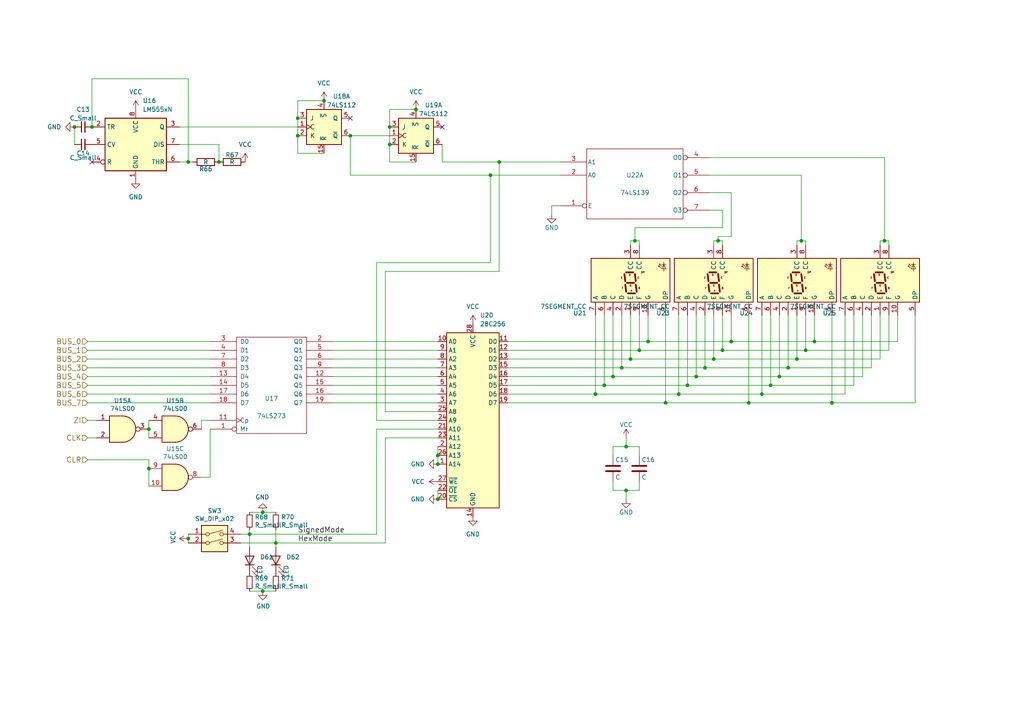
<source format=kicad_sch>
(kicad_sch (version 20211123) (generator eeschema)
  (paper "A4")
  (lib_symbols
    (symbol "74xx:74LS00" (pin_names (offset 1.016))
      (property "Reference" "U" (at 0 1.27 0))
      (property "Value" "74LS00" (at 0 -1.27 0))
      (symbol "74LS00_1_1"
        (arc (start 0 -3.81) (mid 3.81 0) (end 0 3.81) (stroke (width 0.254)) (fill (type background)))
        (polyline (pts (xy 0 3.81) (xy -3.81 3.81) (xy -3.81 -3.81) (xy 0 -3.81)) (stroke (width 0.254)) (fill (type background)))
        (pin input line (at -7.62 2.54 0) (length 3.81) (name "~") (number "1"))
        (pin input line (at -7.62 -2.54 0) (length 3.81) (name "~") (number "2"))
        (pin output inverted (at 7.62 0 180) (length 3.81) (name "~") (number "3"))
      )
      (symbol "74LS00_1_2"
        (arc (start -3.81 -3.81) (mid -2.589 0) (end -3.81 3.81) (stroke (width 0.254)))
        (arc (start -0.6096 -3.81) (mid 2.1842 -2.5851) (end 3.81 0) (stroke (width 0.254)) (fill (type background)))
        (polyline (pts (xy -3.81 -3.81) (xy -0.635 -3.81)) (stroke (width 0.254)) (fill (type background)))
        (polyline (pts (xy -3.81 3.81) (xy -0.635 3.81)) (stroke (width 0.254)) (fill (type background)))
        (polyline (pts (xy -0.635 3.81) (xy -3.81 3.81) (xy -3.81 3.81) (xy -3.556 3.4036) (xy -3.0226 2.2606) (xy -2.6924 1.0414) (xy -2.6162 -0.254) (xy -2.7686 -1.4986) (xy -3.175 -2.7178) (xy -3.81 -3.81) (xy -3.81 -3.81) (xy -0.635 -3.81)) (stroke (width -25.4)) (fill (type background)))
        (arc (start 3.81 0) (mid 2.1915 2.5936) (end -0.6096 3.81) (stroke (width 0.254)) (fill (type background)))
        (pin input inverted (at -7.62 2.54 0) (length 4.318) (name "~") (number "1"))
        (pin input inverted (at -7.62 -2.54 0) (length 4.318) (name "~") (number "2"))
        (pin output line (at 7.62 0 180) (length 3.81) (name "~") (number "3"))
      )
      (symbol "74LS00_2_1"
        (arc (start 0 -3.81) (mid 3.81 0) (end 0 3.81) (stroke (width 0.254)) (fill (type background)))
        (polyline (pts (xy 0 3.81) (xy -3.81 3.81) (xy -3.81 -3.81) (xy 0 -3.81)) (stroke (width 0.254)) (fill (type background)))
        (pin input line (at -7.62 2.54 0) (length 3.81) (name "~") (number "4"))
        (pin input line (at -7.62 -2.54 0) (length 3.81) (name "~") (number "5"))
        (pin output inverted (at 7.62 0 180) (length 3.81) (name "~") (number "6"))
      )
      (symbol "74LS00_2_2"
        (arc (start -3.81 -3.81) (mid -2.589 0) (end -3.81 3.81) (stroke (width 0.254)))
        (arc (start -0.6096 -3.81) (mid 2.1842 -2.5851) (end 3.81 0) (stroke (width 0.254)) (fill (type background)))
        (polyline (pts (xy -3.81 -3.81) (xy -0.635 -3.81)) (stroke (width 0.254)) (fill (type background)))
        (polyline (pts (xy -3.81 3.81) (xy -0.635 3.81)) (stroke (width 0.254)) (fill (type background)))
        (polyline (pts (xy -0.635 3.81) (xy -3.81 3.81) (xy -3.81 3.81) (xy -3.556 3.4036) (xy -3.0226 2.2606) (xy -2.6924 1.0414) (xy -2.6162 -0.254) (xy -2.7686 -1.4986) (xy -3.175 -2.7178) (xy -3.81 -3.81) (xy -3.81 -3.81) (xy -0.635 -3.81)) (stroke (width -25.4)) (fill (type background)))
        (arc (start 3.81 0) (mid 2.1915 2.5936) (end -0.6096 3.81) (stroke (width 0.254)) (fill (type background)))
        (pin input inverted (at -7.62 2.54 0) (length 4.318) (name "~") (number "4"))
        (pin input inverted (at -7.62 -2.54 0) (length 4.318) (name "~") (number "5"))
        (pin output line (at 7.62 0 180) (length 3.81) (name "~") (number "6"))
      )
      (symbol "74LS00_3_1"
        (arc (start 0 -3.81) (mid 3.81 0) (end 0 3.81) (stroke (width 0.254)) (fill (type background)))
        (polyline (pts (xy 0 3.81) (xy -3.81 3.81) (xy -3.81 -3.81) (xy 0 -3.81)) (stroke (width 0.254)) (fill (type background)))
        (pin input line (at -7.62 -2.54 0) (length 3.81) (name "~") (number "10"))
        (pin output inverted (at 7.62 0 180) (length 3.81) (name "~") (number "8"))
        (pin input line (at -7.62 2.54 0) (length 3.81) (name "~") (number "9"))
      )
      (symbol "74LS00_3_2"
        (arc (start -3.81 -3.81) (mid -2.589 0) (end -3.81 3.81) (stroke (width 0.254)))
        (arc (start -0.6096 -3.81) (mid 2.1842 -2.5851) (end 3.81 0) (stroke (width 0.254)) (fill (type background)))
        (polyline (pts (xy -3.81 -3.81) (xy -0.635 -3.81)) (stroke (width 0.254)) (fill (type background)))
        (polyline (pts (xy -3.81 3.81) (xy -0.635 3.81)) (stroke (width 0.254)) (fill (type background)))
        (polyline (pts (xy -0.635 3.81) (xy -3.81 3.81) (xy -3.81 3.81) (xy -3.556 3.4036) (xy -3.0226 2.2606) (xy -2.6924 1.0414) (xy -2.6162 -0.254) (xy -2.7686 -1.4986) (xy -3.175 -2.7178) (xy -3.81 -3.81) (xy -3.81 -3.81) (xy -0.635 -3.81)) (stroke (width -25.4)) (fill (type background)))
        (arc (start 3.81 0) (mid 2.1915 2.5936) (end -0.6096 3.81) (stroke (width 0.254)) (fill (type background)))
        (pin input inverted (at -7.62 -2.54 0) (length 4.318) (name "~") (number "10"))
        (pin output line (at 7.62 0 180) (length 3.81) (name "~") (number "8"))
        (pin input inverted (at -7.62 2.54 0) (length 4.318) (name "~") (number "9"))
      )
      (symbol "74LS00_4_1"
        (arc (start 0 -3.81) (mid 3.81 0) (end 0 3.81) (stroke (width 0.254)) (fill (type background)))
        (polyline (pts (xy 0 3.81) (xy -3.81 3.81) (xy -3.81 -3.81) (xy 0 -3.81)) (stroke (width 0.254)) (fill (type background)))
        (pin output inverted (at 7.62 0 180) (length 3.81) (name "~") (number "11"))
        (pin input line (at -7.62 2.54 0) (length 3.81) (name "~") (number "12"))
        (pin input line (at -7.62 -2.54 0) (length 3.81) (name "~") (number "13"))
      )
      (symbol "74LS00_4_2"
        (arc (start -3.81 -3.81) (mid -2.589 0) (end -3.81 3.81) (stroke (width 0.254)))
        (arc (start -0.6096 -3.81) (mid 2.1842 -2.5851) (end 3.81 0) (stroke (width 0.254)) (fill (type background)))
        (polyline (pts (xy -3.81 -3.81) (xy -0.635 -3.81)) (stroke (width 0.254)) (fill (type background)))
        (polyline (pts (xy -3.81 3.81) (xy -0.635 3.81)) (stroke (width 0.254)) (fill (type background)))
        (polyline (pts (xy -0.635 3.81) (xy -3.81 3.81) (xy -3.81 3.81) (xy -3.556 3.4036) (xy -3.0226 2.2606) (xy -2.6924 1.0414) (xy -2.6162 -0.254) (xy -2.7686 -1.4986) (xy -3.175 -2.7178) (xy -3.81 -3.81) (xy -3.81 -3.81) (xy -0.635 -3.81)) (stroke (width -25.4)) (fill (type background)))
        (arc (start 3.81 0) (mid 2.1915 2.5936) (end -0.6096 3.81) (stroke (width 0.254)) (fill (type background)))
        (pin output line (at 7.62 0 180) (length 3.81) (name "~") (number "11"))
        (pin input inverted (at -7.62 2.54 0) (length 4.318) (name "~") (number "12"))
        (pin input inverted (at -7.62 -2.54 0) (length 4.318) (name "~") (number "13"))
      )
      (symbol "74LS00_5_0"
        (pin power_in line (at 0 12.7 270) (length 5.08) (name "VCC") (number "14"))
        (pin power_in line (at 0 -12.7 90) (length 5.08) (name "GND") (number "7"))
      )
      (symbol "74LS00_5_1"
        (rectangle (start -5.08 7.62) (end 5.08 -7.62) (stroke (width 0.254)) (fill (type background)))
      )
    )
    (symbol "74xx:74LS112" (pin_names (offset 1.016))
      (property "Reference" "U" (at -7.62 8.89 0))
      (property "Value" "74LS112" (at -7.62 -8.89 0))
      (symbol "74LS112_1_0"
        (pin input clock (at -7.62 0 0) (length 2.54) (name "C") (number "1"))
        (pin input line (at 0 -7.62 90) (length 2.54) (name "~{R}") (number "15"))
        (pin input line (at -7.62 -2.54 0) (length 2.54) (name "K") (number "2"))
        (pin input line (at -7.62 2.54 0) (length 2.54) (name "J") (number "3"))
        (pin input line (at 0 7.62 270) (length 2.54) (name "~{S}") (number "4"))
        (pin output line (at 7.62 2.54 180) (length 2.54) (name "Q") (number "5"))
        (pin output line (at 7.62 -2.54 180) (length 2.54) (name "~{Q}") (number "6"))
      )
      (symbol "74LS112_1_1"
        (rectangle (start -5.08 5.08) (end 5.08 -5.08) (stroke (width 0.254)) (fill (type background)))
      )
      (symbol "74LS112_2_0"
        (pin input line (at 0 7.62 270) (length 2.54) (name "~{S}") (number "10"))
        (pin input line (at -7.62 2.54 0) (length 2.54) (name "J") (number "11"))
        (pin input line (at -7.62 -2.54 0) (length 2.54) (name "K") (number "12"))
        (pin input clock (at -7.62 0 0) (length 2.54) (name "C") (number "13"))
        (pin input line (at 0 -7.62 90) (length 2.54) (name "~{R}") (number "14"))
        (pin output line (at 7.62 -2.54 180) (length 2.54) (name "~{Q}") (number "7"))
        (pin output line (at 7.62 2.54 180) (length 2.54) (name "Q") (number "9"))
      )
      (symbol "74LS112_2_1"
        (rectangle (start -5.08 5.08) (end 5.08 -5.08) (stroke (width 0.254)) (fill (type background)))
      )
      (symbol "74LS112_3_0"
        (pin power_in line (at 0 10.16 270) (length 2.54) (name "VCC") (number "16"))
        (pin power_in line (at 0 -10.16 90) (length 2.54) (name "GND") (number "8"))
      )
      (symbol "74LS112_3_1"
        (rectangle (start -5.08 7.62) (end 5.08 -7.62) (stroke (width 0.254)) (fill (type background)))
      )
    )
    (symbol "8bit-computer-rescue:74LS139-8bit-computer-rescue" (pin_names (offset 0.254))
      (property "Reference" "U" (at 0 2.54 0))
      (property "Value" "74LS139-8bit-computer-rescue" (at 0 -2.54 0))
      (symbol "74LS139-8bit-computer-rescue_0_0"
        (rectangle (start -13.97 -10.16) (end 13.97 10.16))
        (pin power_in line (at -11.43 10.16 90) (length 0) hide (name "VCC") (number "16"))
        (pin power_in line (at -11.43 -10.16 90) (length 0) hide (name "GND") (number "8"))
      )
      (symbol "74LS139-8bit-computer-rescue_1_1"
        (pin input inverted (at -21.59 -6.35 0) (length 7.62) (name "E") (number "1"))
        (pin input line (at -21.59 2.54 0) (length 7.62) (name "A0") (number "2"))
        (pin input line (at -21.59 6.35 0) (length 7.62) (name "A1") (number "3"))
        (pin output inverted (at 21.59 7.62 180) (length 7.62) (name "O0") (number "4"))
        (pin output inverted (at 21.59 2.54 180) (length 7.62) (name "O1") (number "5"))
        (pin output inverted (at 21.59 -2.54 180) (length 7.62) (name "O2") (number "6"))
        (pin output inverted (at 21.59 -7.62 180) (length 7.62) (name "O3") (number "7"))
      )
      (symbol "74LS139-8bit-computer-rescue_2_1"
        (pin output inverted (at 21.59 -2.54 180) (length 7.62) (name "O2") (number "10"))
        (pin output inverted (at 21.59 2.54 180) (length 7.62) (name "O1") (number "11"))
        (pin output inverted (at 21.59 7.62 180) (length 7.62) (name "O0") (number "12"))
        (pin input line (at -21.59 6.35 0) (length 7.62) (name "A1") (number "13"))
        (pin input line (at -21.59 2.54 0) (length 7.62) (name "A0") (number "14"))
        (pin input inverted (at -21.59 -6.35 0) (length 7.62) (name "E") (number "15"))
        (pin output inverted (at 21.59 -7.62 180) (length 7.62) (name "O3") (number "9"))
      )
    )
    (symbol "8bit-computer-rescue:74LS273-8bit-computer-rescue" (pin_names (offset 1.016))
      (property "Reference" "U" (at 0 -3.81 0))
      (property "Value" "74LS273-8bit-computer-rescue" (at 0 -8.89 0))
      (symbol "74LS273-8bit-computer-rescue_0_0"
        (pin power_in line (at -7.62 -13.97 90) (length 0) hide (name "GND") (number "10"))
        (pin power_in line (at -7.62 13.97 90) (length 0) hide (name "VCC") (number "20"))
      )
      (symbol "74LS273-8bit-computer-rescue_0_1"
        (rectangle (start -10.16 13.97) (end 10.16 -13.97))
      )
      (symbol "74LS273-8bit-computer-rescue_1_1"
        (pin input inverted (at -17.78 -12.7 0) (length 7.62) (name "Mr") (number "1"))
        (pin input clock (at -17.78 -10.16 0) (length 7.62) (name "Cp") (number "11"))
        (pin output line (at 17.78 2.54 180) (length 7.62) (name "Q4") (number "12"))
        (pin input line (at -17.78 2.54 0) (length 7.62) (name "D4") (number "13"))
        (pin input line (at -17.78 0 0) (length 7.62) (name "D5") (number "14"))
        (pin output line (at 17.78 0 180) (length 7.62) (name "Q5") (number "15"))
        (pin output line (at 17.78 -2.54 180) (length 7.62) (name "Q6") (number "16"))
        (pin input line (at -17.78 -2.54 0) (length 7.62) (name "D6") (number "17"))
        (pin input line (at -17.78 -5.08 0) (length 7.62) (name "D7") (number "18"))
        (pin output line (at 17.78 -5.08 180) (length 7.62) (name "Q7") (number "19"))
        (pin output line (at 17.78 12.7 180) (length 7.62) (name "Q0") (number "2"))
        (pin input line (at -17.78 12.7 0) (length 7.62) (name "D0") (number "3"))
        (pin input line (at -17.78 10.16 0) (length 7.62) (name "D1") (number "4"))
        (pin output line (at 17.78 10.16 180) (length 7.62) (name "Q1") (number "5"))
        (pin output line (at 17.78 7.62 180) (length 7.62) (name "Q2") (number "6"))
        (pin input line (at -17.78 7.62 0) (length 7.62) (name "D2") (number "7"))
        (pin input line (at -17.78 5.08 0) (length 7.62) (name "D3") (number "8"))
        (pin output line (at 17.78 5.08 180) (length 7.62) (name "Q3") (number "9"))
      )
    )
    (symbol "8bit-computer-rescue:7SEGMENT_CC-8bit-computer-rescue" (pin_names (offset 0.635))
      (property "Reference" "U" (at -12.7 9.525 0))
      (property "Value" "7SEGMENT_CC-8bit-computer-rescue" (at -12.7 7.62 0))
      (symbol "7SEGMENT_CC-8bit-computer-rescue_0_0"
        (text "A" (at 0.254 3.048 0) (effects (font (size 0.508 0.508))))
        (text "B" (at 2.54 2.286 0) (effects (font (size 0.508 0.508))))
        (text "C" (at 2.286 -0.762 0) (effects (font (size 0.508 0.508))))
        (text "D" (at -0.254 -1.524 0) (effects (font (size 0.508 0.508))))
        (text "DP" (at 3.556 -2.286 0) (effects (font (size 0.508 0.508))))
        (text "E" (at -2.54 -0.762 0) (effects (font (size 0.508 0.508))))
        (text "F" (at -2.286 2.286 0) (effects (font (size 0.508 0.508))))
        (text "G" (at 0 1.524 0) (effects (font (size 0.508 0.508))))
      )
      (symbol "7SEGMENT_CC-8bit-computer-rescue_0_1"
        (rectangle (start -11.43 -6.35) (end 11.43 6.35) (stroke (width 0.254)) (fill (type background)))
        (polyline (pts (xy -1.524 0.254) (xy -1.778 -1.778)) (stroke (width 0.508)))
        (polyline (pts (xy -1.27 -2.286) (xy 0.762 -2.286)) (stroke (width 0.508)))
        (polyline (pts (xy -1.27 3.302) (xy -1.524 1.27)) (stroke (width 0.508)))
        (polyline (pts (xy -1.016 0.762) (xy 1.016 0.762)) (stroke (width 0.508)))
        (polyline (pts (xy -0.762 3.81) (xy 1.27 3.81)) (stroke (width 0.508)))
        (polyline (pts (xy 1.524 0.254) (xy 1.27 -1.778)) (stroke (width 0.508)))
        (polyline (pts (xy 1.778 3.302) (xy 1.524 1.27)) (stroke (width 0.508)))
        (polyline (pts (xy 2.54 -2.286) (xy 2.54 -2.286)) (stroke (width 0.508)))
        (polyline (pts (xy 8.763 -3.556) (xy 8.128 -4.191)))
        (polyline (pts (xy 9.017 -4.572) (xy 10.287 -4.572)))
        (polyline (pts (xy 9.017 -4.064) (xy 8.382 -4.699)))
        (polyline (pts (xy 9.652 -5.207) (xy 9.652 -2.667)))
        (polyline (pts (xy 8.128 -3.937) (xy 8.128 -4.191) (xy 8.382 -4.191)))
        (polyline (pts (xy 8.382 -4.445) (xy 8.382 -4.699) (xy 8.636 -4.699)))
        (polyline (pts (xy 9.017 -3.302) (xy 10.287 -3.302) (xy 9.652 -4.572) (xy 9.017 -3.302)))
      )
      (symbol "7SEGMENT_CC-8bit-computer-rescue_1_1"
        (pin input line (at 0 10.16 270) (length 3.81) (name "E") (number "1"))
        (pin input line (at 5.08 10.16 270) (length 3.81) (name "G") (number "10"))
        (pin input line (at -2.54 10.16 270) (length 3.81) (name "D") (number "2"))
        (pin input line (at 0 -10.16 90) (length 3.81) (name "CC") (number "3"))
        (pin input line (at -5.08 10.16 270) (length 3.81) (name "C") (number "4"))
        (pin input line (at 10.16 10.16 270) (length 3.81) (name "DP") (number "5"))
        (pin input line (at -7.62 10.16 270) (length 3.81) (name "B") (number "6"))
        (pin input line (at -10.16 10.16 270) (length 3.81) (name "A") (number "7"))
        (pin input line (at 2.54 -10.16 90) (length 3.81) (name "CC") (number "8"))
        (pin input line (at 2.54 10.16 270) (length 3.81) (name "F") (number "9"))
      )
    )
    (symbol "Device:C" (pin_numbers hide) (pin_names (offset 0.254))
      (property "Reference" "C" (at 0.635 2.54 0))
      (property "Value" "C" (at 0.635 -2.54 0))
      (symbol "C_0_1"
        (polyline (pts (xy -2.032 -0.762) (xy 2.032 -0.762)) (stroke (width 0.508)))
        (polyline (pts (xy -2.032 0.762) (xy 2.032 0.762)) (stroke (width 0.508)))
      )
      (symbol "C_1_1"
        (pin passive line (at 0 3.81 270) (length 2.794) (name "~") (number "1"))
        (pin passive line (at 0 -3.81 90) (length 2.794) (name "~") (number "2"))
      )
    )
    (symbol "Device:C_Small" (pin_numbers hide) (pin_names (offset 0.254) hide)
      (property "Reference" "C" (at 0.254 1.778 0))
      (property "Value" "C_Small" (at 0.254 -2.032 0))
      (symbol "C_Small_0_1"
        (polyline (pts (xy -1.524 -0.508) (xy 1.524 -0.508)) (stroke (width 0.3302)))
        (polyline (pts (xy -1.524 0.508) (xy 1.524 0.508)) (stroke (width 0.3048)))
      )
      (symbol "C_Small_1_1"
        (pin passive line (at 0 2.54 270) (length 2.032) (name "~") (number "1"))
        (pin passive line (at 0 -2.54 90) (length 2.032) (name "~") (number "2"))
      )
    )
    (symbol "Device:LED" (pin_numbers hide) (pin_names (offset 1.016) hide)
      (property "Reference" "D" (at 0 2.54 0))
      (property "Value" "LED" (at 0 -2.54 0))
      (symbol "LED_0_1"
        (polyline (pts (xy -1.27 -1.27) (xy -1.27 1.27)) (stroke (width 0.254)))
        (polyline (pts (xy -1.27 0) (xy 1.27 0)))
        (polyline (pts (xy 1.27 -1.27) (xy 1.27 1.27) (xy -1.27 0) (xy 1.27 -1.27)) (stroke (width 0.254)))
        (polyline (pts (xy -3.048 -0.762) (xy -4.572 -2.286) (xy -3.81 -2.286) (xy -4.572 -2.286) (xy -4.572 -1.524)))
        (polyline (pts (xy -1.778 -0.762) (xy -3.302 -2.286) (xy -2.54 -2.286) (xy -3.302 -2.286) (xy -3.302 -1.524)))
      )
      (symbol "LED_1_1"
        (pin passive line (at -3.81 0 0) (length 2.54) (name "K") (number "1"))
        (pin passive line (at 3.81 0 180) (length 2.54) (name "A") (number "2"))
      )
    )
    (symbol "Device:R" (pin_numbers hide) (pin_names (offset 0))
      (property "Reference" "R" (at 2.032 0 90))
      (property "Value" "R" (at 0 0 90))
      (symbol "R_0_1"
        (rectangle (start -1.016 -2.54) (end 1.016 2.54) (stroke (width 0.254)))
      )
      (symbol "R_1_1"
        (pin passive line (at 0 3.81 270) (length 1.27) (name "~") (number "1"))
        (pin passive line (at 0 -3.81 90) (length 1.27) (name "~") (number "2"))
      )
    )
    (symbol "Device:R_Small" (pin_numbers hide) (pin_names (offset 0.254) hide)
      (property "Reference" "R" (at 0.762 0.508 0))
      (property "Value" "R_Small" (at 0.762 -1.016 0))
      (symbol "R_Small_0_1"
        (rectangle (start -0.762 1.778) (end 0.762 -1.778) (stroke (width 0.2032)))
      )
      (symbol "R_Small_1_1"
        (pin passive line (at 0 2.54 270) (length 0.762) (name "~") (number "1"))
        (pin passive line (at 0 -2.54 90) (length 0.762) (name "~") (number "2"))
      )
    )
    (symbol "Memory_EEPROM:28C256"
      (property "Reference" "U" (at -7.62 26.67 0))
      (property "Value" "28C256" (at 2.54 -26.67 0))
      (symbol "28C256_1_1"
        (rectangle (start -7.62 25.4) (end 7.62 -25.4) (stroke (width 0.254)) (fill (type background)))
        (pin input line (at -10.16 -12.7 0) (length 2.54) (name "A14") (number "1"))
        (pin input line (at -10.16 22.86 0) (length 2.54) (name "A0") (number "10"))
        (pin tri_state line (at 10.16 22.86 180) (length 2.54) (name "D0") (number "11"))
        (pin tri_state line (at 10.16 20.32 180) (length 2.54) (name "D1") (number "12"))
        (pin tri_state line (at 10.16 17.78 180) (length 2.54) (name "D2") (number "13"))
        (pin power_in line (at 0 -27.94 90) (length 2.54) (name "GND") (number "14"))
        (pin tri_state line (at 10.16 15.24 180) (length 2.54) (name "D3") (number "15"))
        (pin tri_state line (at 10.16 12.7 180) (length 2.54) (name "D4") (number "16"))
        (pin tri_state line (at 10.16 10.16 180) (length 2.54) (name "D5") (number "17"))
        (pin tri_state line (at 10.16 7.62 180) (length 2.54) (name "D6") (number "18"))
        (pin tri_state line (at 10.16 5.08 180) (length 2.54) (name "D7") (number "19"))
        (pin input line (at -10.16 -7.62 0) (length 2.54) (name "A12") (number "2"))
        (pin input line (at -10.16 -22.86 0) (length 2.54) (name "~{CS}") (number "20"))
        (pin input line (at -10.16 -2.54 0) (length 2.54) (name "A10") (number "21"))
        (pin input line (at -10.16 -20.32 0) (length 2.54) (name "~{OE}") (number "22"))
        (pin input line (at -10.16 -5.08 0) (length 2.54) (name "A11") (number "23"))
        (pin input line (at -10.16 0 0) (length 2.54) (name "A9") (number "24"))
        (pin input line (at -10.16 2.54 0) (length 2.54) (name "A8") (number "25"))
        (pin input line (at -10.16 -10.16 0) (length 2.54) (name "A13") (number "26"))
        (pin input line (at -10.16 -17.78 0) (length 2.54) (name "~{WE}") (number "27"))
        (pin power_in line (at 0 27.94 270) (length 2.54) (name "VCC") (number "28"))
        (pin input line (at -10.16 5.08 0) (length 2.54) (name "A7") (number "3"))
        (pin input line (at -10.16 7.62 0) (length 2.54) (name "A6") (number "4"))
        (pin input line (at -10.16 10.16 0) (length 2.54) (name "A5") (number "5"))
        (pin input line (at -10.16 12.7 0) (length 2.54) (name "A4") (number "6"))
        (pin input line (at -10.16 15.24 0) (length 2.54) (name "A3") (number "7"))
        (pin input line (at -10.16 17.78 0) (length 2.54) (name "A2") (number "8"))
        (pin input line (at -10.16 20.32 0) (length 2.54) (name "A1") (number "9"))
      )
    )
    (symbol "Switch:SW_DIP_x02" (pin_names (offset 0) hide)
      (property "Reference" "SW" (at 0 6.35 0))
      (property "Value" "SW_DIP_x02" (at 0 -3.81 0))
      (symbol "SW_DIP_x02_0_0"
        (circle (center -2.032 0) (radius 0.508))
        (circle (center -2.032 2.54) (radius 0.508))
        (polyline (pts (xy -1.524 0.127) (xy 2.3622 1.1684)))
        (polyline (pts (xy -1.524 2.667) (xy 2.3622 3.7084)))
        (circle (center 2.032 0) (radius 0.508))
        (circle (center 2.032 2.54) (radius 0.508))
      )
      (symbol "SW_DIP_x02_0_1"
        (rectangle (start -3.81 5.08) (end 3.81 -2.54) (stroke (width 0.254)) (fill (type background)))
      )
      (symbol "SW_DIP_x02_1_1"
        (pin passive line (at -7.62 2.54 0) (length 5.08) (name "~") (number "1"))
        (pin passive line (at -7.62 0 0) (length 5.08) (name "~") (number "2"))
        (pin passive line (at 7.62 0 180) (length 5.08) (name "~") (number "3"))
        (pin passive line (at 7.62 2.54 180) (length 5.08) (name "~") (number "4"))
      )
    )
    (symbol "Timer:LM555xN"
      (property "Reference" "U" (at -10.16 8.89 0))
      (property "Value" "LM555xN" (at 2.54 8.89 0))
      (symbol "LM555xN_0_0"
        (pin power_in line (at 0 -10.16 90) (length 2.54) (name "GND") (number "1"))
        (pin power_in line (at 0 10.16 270) (length 2.54) (name "VCC") (number "8"))
      )
      (symbol "LM555xN_0_1"
        (rectangle (start -8.89 -7.62) (end 8.89 7.62) (stroke (width 0.254)) (fill (type background)))
        (rectangle (start -8.89 -7.62) (end 8.89 7.62) (stroke (width 0.254)) (fill (type background)))
      )
      (symbol "LM555xN_1_1"
        (pin input line (at -12.7 5.08 0) (length 3.81) (name "TR") (number "2"))
        (pin output line (at 12.7 5.08 180) (length 3.81) (name "Q") (number "3"))
        (pin input inverted (at -12.7 -5.08 0) (length 3.81) (name "R") (number "4"))
        (pin input line (at -12.7 0 0) (length 3.81) (name "CV") (number "5"))
        (pin input line (at 12.7 -5.08 180) (length 3.81) (name "THR") (number "6"))
        (pin input line (at 12.7 0 180) (length 3.81) (name "DIS") (number "7"))
      )
    )
    (symbol "power:GND" (power) (pin_names (offset 0))
      (property "Value" "GND" (at 0 -3.81 0))
      (symbol "GND_0_1"
        (polyline (pts (xy 0 0) (xy 0 -1.27) (xy 1.27 -1.27) (xy 0 -2.54) (xy -1.27 -1.27) (xy 0 -1.27)))
      )
      (symbol "GND_1_1"
        (pin power_in line (at 0 0 270) (length 0) hide (name "GND") (number "1"))
      )
    )
    (symbol "power:VCC" (power) (pin_names (offset 0))
      (property "Value" "VCC" (at 0 3.81 0))
      (symbol "VCC_0_1"
        (polyline (pts (xy -0.762 1.27) (xy 0 2.54)))
        (polyline (pts (xy 0 0) (xy 0 2.54)))
        (polyline (pts (xy 0 2.54) (xy 0.762 1.27)))
      )
      (symbol "VCC_1_1"
        (pin power_in line (at 0 0 90) (length 0) hide (name "VCC") (number "1"))
      )
    )
  )
  (junction (at 199.39 111.76))
  (junction (at 220.98 114.3))
  (junction (at 76.2 171.45))
  (junction (at 86.36 39.37))
  (junction (at 201.93 109.22))
  (junction (at 217.17 116.84))
  (junction (at 175.26 111.76))
  (junction (at 209.55 101.6))
  (junction (at 185.42 101.6))
  (junction (at 212.09 99.06))
  (junction (at 256.54 69.85))
  (junction (at 223.52 111.76))
  (junction (at 241.3 116.84))
  (junction (at 113.03 36.83))
  (junction (at 142.24 50.8))
  (junction (at 233.68 101.6))
  (junction (at 208.28 69.85))
  (junction (at 182.88 104.14))
  (junction (at 193.04 116.84))
  (junction (at 86.36 34.29))
  (junction (at 144.78 46.99))
  (junction (at 63.5 46.99))
  (junction (at 228.6 106.68))
  (junction (at 187.96 99.06))
  (junction (at 72.39 154.94))
  (junction (at 232.41 69.85))
  (junction (at 120.65 31.75))
  (junction (at 43.18 124.46))
  (junction (at 127 144.78))
  (junction (at 180.34 106.68))
  (junction (at 26.67 36.83))
  (junction (at 127 132.08))
  (junction (at 181.61 129.54))
  (junction (at 43.18 135.89))
  (junction (at 184.15 69.85))
  (junction (at 76.2 148.59))
  (junction (at 101.6 39.37))
  (junction (at 204.47 106.68))
  (junction (at 113.03 41.91))
  (junction (at 181.61 142.24))
  (junction (at 236.22 99.06))
  (junction (at 54.61 156.21))
  (junction (at 226.06 109.22))
  (junction (at 207.01 104.14))
  (junction (at 93.98 29.21))
  (junction (at 231.14 104.14))
  (junction (at 21.59 36.83))
  (junction (at 196.85 114.3))
  (junction (at 177.8 109.22))
  (junction (at 127 134.62))
  (junction (at 80.01 157.48))
  (junction (at 172.72 114.3))
  (junction (at 54.61 46.99))
  (no_connect (at 26.67 46.99))
  (no_connect (at 101.6 34.29))
  (no_connect (at 128.27 36.83))
  (wire (pts (xy 184.15 69.85) (xy 184.15 66.04)))
  (wire (pts (xy 208.28 69.85) (xy 209.55 69.85)))
  (wire (pts (xy 162.56 59.69) (xy 160.02 59.69)))
  (wire (pts (xy 111.76 127) (xy 111.76 157.48)))
  (wire (pts (xy 257.81 101.6) (xy 257.81 91.44)))
  (wire (pts (xy 212.09 55.88) (xy 205.74 55.88)))
  (wire (pts (xy 177.8 142.24) (xy 181.61 142.24)))
  (wire (pts (xy 209.55 69.85) (xy 209.55 71.12)))
  (wire (pts (xy 109.22 76.2) (xy 142.24 76.2)))
  (wire (pts (xy 193.04 91.44) (xy 193.04 116.84)))
  (wire (pts (xy 201.93 109.22) (xy 201.93 91.44)))
  (wire (pts (xy 241.3 116.84) (xy 241.3 91.44)))
  (wire (pts (xy 209.55 101.6) (xy 233.68 101.6)))
  (wire (pts (xy 185.42 101.6) (xy 209.55 101.6)))
  (wire (pts (xy 255.27 71.12) (xy 255.27 69.85)))
  (wire (pts (xy 43.18 135.89) (xy 43.18 140.97)))
  (wire (pts (xy 181.61 142.24) (xy 181.61 144.78)))
  (wire (pts (xy 54.61 46.99) (xy 55.88 46.99)))
  (wire (pts (xy 233.68 69.85) (xy 233.68 71.12)))
  (wire (pts (xy 217.17 116.84) (xy 241.3 116.84)))
  (wire (pts (xy 96.52 109.22) (xy 127 109.22)))
  (wire (pts (xy 236.22 99.06) (xy 260.35 99.06)))
  (wire (pts (xy 199.39 111.76) (xy 199.39 91.44)))
  (wire (pts (xy 127 121.92) (xy 109.22 121.92)))
  (wire (pts (xy 180.34 106.68) (xy 180.34 91.44)))
  (wire (pts (xy 208.28 69.85) (xy 208.28 68.58)))
  (wire (pts (xy 184.15 66.04) (xy 209.55 66.04)))
  (wire (pts (xy 255.27 69.85) (xy 256.54 69.85)))
  (wire (pts (xy 231.14 69.85) (xy 232.41 69.85)))
  (wire (pts (xy 182.88 69.85) (xy 184.15 69.85)))
  (wire (pts (xy 113.03 41.91) (xy 113.03 46.99)))
  (wire (pts (xy 209.55 60.96) (xy 205.74 60.96)))
  (wire (pts (xy 96.52 106.68) (xy 127 106.68)))
  (wire (pts (xy 181.61 129.54) (xy 185.42 129.54)))
  (wire (pts (xy 58.42 124.46) (xy 58.42 121.92)))
  (wire (pts (xy 113.03 46.99) (xy 120.65 46.99)))
  (wire (pts (xy 177.8 132.08) (xy 177.8 129.54)))
  (wire (pts (xy 209.55 91.44) (xy 209.55 101.6)))
  (wire (pts (xy 21.59 36.83) (xy 21.59 41.91)))
  (wire (pts (xy 185.42 69.85) (xy 185.42 71.12)))
  (wire (pts (xy 223.52 111.76) (xy 223.52 91.44)))
  (wire (pts (xy 180.34 106.68) (xy 204.47 106.68)))
  (wire (pts (xy 185.42 101.6) (xy 185.42 91.44)))
  (wire (pts (xy 109.22 124.46) (xy 127 124.46)))
  (wire (pts (xy 181.61 127) (xy 181.61 129.54)))
  (wire (pts (xy 182.88 71.12) (xy 182.88 69.85)))
  (wire (pts (xy 193.04 116.84) (xy 217.17 116.84)))
  (wire (pts (xy 80.01 153.67) (xy 80.01 157.48)))
  (wire (pts (xy 160.02 59.69) (xy 160.02 62.23)))
  (wire (pts (xy 232.41 50.8) (xy 205.74 50.8)))
  (wire (pts (xy 25.4 121.92) (xy 27.94 121.92)))
  (wire (pts (xy 113.03 31.75) (xy 113.03 36.83)))
  (wire (pts (xy 201.93 109.22) (xy 226.06 109.22)))
  (wire (pts (xy 184.15 69.85) (xy 185.42 69.85)))
  (wire (pts (xy 72.39 148.59) (xy 76.2 148.59)))
  (wire (pts (xy 25.4 106.68) (xy 60.96 106.68)))
  (wire (pts (xy 54.61 22.86) (xy 54.61 46.99)))
  (wire (pts (xy 255.27 104.14) (xy 255.27 91.44)))
  (wire (pts (xy 63.5 41.91) (xy 63.5 46.99)))
  (wire (pts (xy 76.2 148.59) (xy 80.01 148.59)))
  (wire (pts (xy 226.06 109.22) (xy 250.19 109.22)))
  (wire (pts (xy 109.22 121.92) (xy 109.22 76.2)))
  (wire (pts (xy 252.73 106.68) (xy 252.73 91.44)))
  (wire (pts (xy 177.8 109.22) (xy 201.93 109.22)))
  (wire (pts (xy 233.68 101.6) (xy 257.81 101.6)))
  (wire (pts (xy 101.6 39.37) (xy 101.6 50.8)))
  (wire (pts (xy 52.07 36.83) (xy 86.36 36.83)))
  (wire (pts (xy 233.68 91.44) (xy 233.68 101.6)))
  (wire (pts (xy 177.8 139.7) (xy 177.8 142.24)))
  (wire (pts (xy 232.41 69.85) (xy 232.41 50.8)))
  (wire (pts (xy 54.61 154.94) (xy 54.61 156.21)))
  (wire (pts (xy 147.32 104.14) (xy 182.88 104.14)))
  (wire (pts (xy 60.96 99.06) (xy 25.4 99.06)))
  (wire (pts (xy 228.6 106.68) (xy 252.73 106.68)))
  (wire (pts (xy 207.01 69.85) (xy 208.28 69.85)))
  (wire (pts (xy 111.76 119.38) (xy 127 119.38)))
  (wire (pts (xy 204.47 106.68) (xy 228.6 106.68)))
  (wire (pts (xy 208.28 68.58) (xy 212.09 68.58)))
  (wire (pts (xy 228.6 106.68) (xy 228.6 91.44)))
  (wire (pts (xy 245.11 114.3) (xy 245.11 91.44)))
  (wire (pts (xy 220.98 114.3) (xy 245.11 114.3)))
  (wire (pts (xy 25.4 133.35) (xy 43.18 133.35)))
  (wire (pts (xy 96.52 116.84) (xy 127 116.84)))
  (wire (pts (xy 199.39 111.76) (xy 223.52 111.76)))
  (wire (pts (xy 147.32 114.3) (xy 172.72 114.3)))
  (wire (pts (xy 241.3 116.84) (xy 265.43 116.84)))
  (wire (pts (xy 86.36 29.21) (xy 93.98 29.21)))
  (wire (pts (xy 96.52 101.6) (xy 127 101.6)))
  (wire (pts (xy 144.78 46.99) (xy 162.56 46.99)))
  (wire (pts (xy 69.85 154.94) (xy 72.39 154.94)))
  (wire (pts (xy 80.01 157.48) (xy 111.76 157.48)))
  (wire (pts (xy 72.39 153.67) (xy 72.39 154.94)))
  (wire (pts (xy 144.78 46.99) (xy 144.78 78.74)))
  (wire (pts (xy 96.52 114.3) (xy 127 114.3)))
  (wire (pts (xy 182.88 104.14) (xy 207.01 104.14)))
  (wire (pts (xy 127 132.08) (xy 127 134.62)))
  (wire (pts (xy 231.14 104.14) (xy 255.27 104.14)))
  (wire (pts (xy 86.36 34.29) (xy 86.36 39.37)))
  (wire (pts (xy 182.88 91.44) (xy 182.88 104.14)))
  (wire (pts (xy 76.2 171.45) (xy 80.01 171.45)))
  (wire (pts (xy 96.52 111.76) (xy 127 111.76)))
  (wire (pts (xy 60.96 114.3) (xy 25.4 114.3)))
  (wire (pts (xy 205.74 45.72) (xy 256.54 45.72)))
  (wire (pts (xy 86.36 34.29) (xy 86.36 29.21)))
  (wire (pts (xy 256.54 45.72) (xy 256.54 69.85)))
  (wire (pts (xy 101.6 39.37) (xy 113.03 39.37)))
  (wire (pts (xy 247.65 111.76) (xy 247.65 91.44)))
  (wire (pts (xy 142.24 50.8) (xy 162.56 50.8)))
  (wire (pts (xy 113.03 36.83) (xy 113.03 41.91)))
  (wire (pts (xy 265.43 116.84) (xy 265.43 91.44)))
  (wire (pts (xy 52.07 41.91) (xy 63.5 41.91)))
  (wire (pts (xy 26.67 36.83) (xy 26.67 22.86)))
  (wire (pts (xy 172.72 114.3) (xy 196.85 114.3)))
  (wire (pts (xy 196.85 114.3) (xy 220.98 114.3)))
  (wire (pts (xy 181.61 142.24) (xy 185.42 142.24)))
  (wire (pts (xy 127 142.24) (xy 127 144.78)))
  (wire (pts (xy 187.96 91.44) (xy 187.96 99.06)))
  (wire (pts (xy 207.01 104.14) (xy 207.01 91.44)))
  (wire (pts (xy 185.42 142.24) (xy 185.42 139.7)))
  (wire (pts (xy 127 129.54) (xy 127 132.08)))
  (wire (pts (xy 147.32 109.22) (xy 177.8 109.22)))
  (wire (pts (xy 25.4 127) (xy 27.94 127)))
  (wire (pts (xy 43.18 124.46) (xy 43.18 127)))
  (wire (pts (xy 236.22 99.06) (xy 236.22 91.44)))
  (wire (pts (xy 147.32 106.68) (xy 180.34 106.68)))
  (wire (pts (xy 204.47 106.68) (xy 204.47 91.44)))
  (wire (pts (xy 43.18 121.92) (xy 43.18 124.46)))
  (wire (pts (xy 231.14 104.14) (xy 231.14 91.44)))
  (wire (pts (xy 144.78 78.74) (xy 111.76 78.74)))
  (wire (pts (xy 177.8 109.22) (xy 177.8 91.44)))
  (wire (pts (xy 69.85 157.48) (xy 80.01 157.48)))
  (wire (pts (xy 52.07 46.99) (xy 54.61 46.99)))
  (wire (pts (xy 256.54 69.85) (xy 257.81 69.85)))
  (wire (pts (xy 54.61 156.21) (xy 54.61 157.48)))
  (wire (pts (xy 172.72 91.44) (xy 172.72 114.3)))
  (wire (pts (xy 207.01 71.12) (xy 207.01 69.85)))
  (wire (pts (xy 43.18 135.89) (xy 43.18 133.35)))
  (wire (pts (xy 128.27 46.99) (xy 144.78 46.99)))
  (wire (pts (xy 96.52 104.14) (xy 127 104.14)))
  (wire (pts (xy 120.65 31.75) (xy 113.03 31.75)))
  (wire (pts (xy 187.96 99.06) (xy 212.09 99.06)))
  (wire (pts (xy 217.17 116.84) (xy 217.17 91.44)))
  (wire (pts (xy 232.41 69.85) (xy 233.68 69.85)))
  (wire (pts (xy 128.27 41.91) (xy 128.27 46.99)))
  (wire (pts (xy 260.35 99.06) (xy 260.35 91.44)))
  (wire (pts (xy 147.32 101.6) (xy 185.42 101.6)))
  (wire (pts (xy 223.52 111.76) (xy 247.65 111.76)))
  (wire (pts (xy 86.36 39.37) (xy 86.36 44.45)))
  (wire (pts (xy 26.67 22.86) (xy 54.61 22.86)))
  (wire (pts (xy 177.8 129.54) (xy 181.61 129.54)))
  (wire (pts (xy 25.4 116.84) (xy 60.96 116.84)))
  (wire (pts (xy 72.39 154.94) (xy 109.22 154.94)))
  (wire (pts (xy 127 127) (xy 111.76 127)))
  (wire (pts (xy 96.52 99.06) (xy 127 99.06)))
  (wire (pts (xy 60.96 109.22) (xy 25.4 109.22)))
  (wire (pts (xy 142.24 76.2) (xy 142.24 50.8)))
  (wire (pts (xy 196.85 114.3) (xy 196.85 91.44)))
  (wire (pts (xy 147.32 111.76) (xy 175.26 111.76)))
  (wire (pts (xy 147.32 116.84) (xy 193.04 116.84)))
  (wire (pts (xy 185.42 129.54) (xy 185.42 132.08)))
  (wire (pts (xy 58.42 138.43) (xy 60.96 138.43)))
  (wire (pts (xy 212.09 99.06) (xy 236.22 99.06)))
  (wire (pts (xy 58.42 121.92) (xy 60.96 121.92)))
  (wire (pts (xy 175.26 111.76) (xy 175.26 91.44)))
  (wire (pts (xy 226.06 109.22) (xy 226.06 91.44)))
  (wire (pts (xy 72.39 171.45) (xy 76.2 171.45)))
  (wire (pts (xy 109.22 154.94) (xy 109.22 124.46)))
  (wire (pts (xy 86.36 44.45) (xy 93.98 44.45)))
  (wire (pts (xy 257.81 69.85) (xy 257.81 71.12)))
  (wire (pts (xy 209.55 66.04) (xy 209.55 60.96)))
  (wire (pts (xy 175.26 111.76) (xy 199.39 111.76)))
  (wire (pts (xy 212.09 99.06) (xy 212.09 91.44)))
  (wire (pts (xy 25.4 111.76) (xy 60.96 111.76)))
  (wire (pts (xy 60.96 124.46) (xy 60.96 138.43)))
  (wire (pts (xy 60.96 104.14) (xy 25.4 104.14)))
  (wire (pts (xy 220.98 114.3) (xy 220.98 91.44)))
  (wire (pts (xy 101.6 50.8) (xy 142.24 50.8)))
  (wire (pts (xy 72.39 154.94) (xy 72.39 158.75)))
  (wire (pts (xy 80.01 157.48) (xy 80.01 158.75)))
  (wire (pts (xy 207.01 104.14) (xy 231.14 104.14)))
  (wire (pts (xy 250.19 109.22) (xy 250.19 91.44)))
  (wire (pts (xy 212.09 68.58) (xy 212.09 55.88)))
  (wire (pts (xy 111.76 78.74) (xy 111.76 119.38)))
  (wire (pts (xy 147.32 99.06) (xy 187.96 99.06)))
  (wire (pts (xy 231.14 71.12) (xy 231.14 69.85)))
  (wire (pts (xy 25.4 101.6) (xy 60.96 101.6)))
  (label "HexMode" (at 86.36 157.48 0) (effects (font (size 1.524 1.524))))
  (label "SignedMode" (at 86.36 154.94 0) (effects (font (size 1.524 1.524))))
  (hierarchical_label "BUS_6" (shape input) (at 25.4 114.3 180) (effects (font (size 1.524 1.524))))
  (hierarchical_label "BUS_1" (shape input) (at 25.4 101.6 180) (effects (font (size 1.524 1.524))))
  (hierarchical_label "CLR" (shape input) (at 25.4 133.35 180) (effects (font (size 1.524 1.524))))
  (hierarchical_label "ZI" (shape input) (at 25.4 121.92 180) (effects (font (size 1.524 1.524))))
  (hierarchical_label "BUS_5" (shape input) (at 25.4 111.76 180) (effects (font (size 1.524 1.524))))
  (hierarchical_label "BUS_0" (shape input) (at 25.4 99.06 180) (effects (font (size 1.524 1.524))))
  (hierarchical_label "BUS_3" (shape input) (at 25.4 106.68 180) (effects (font (size 1.524 1.524))))
  (hierarchical_label "BUS_2" (shape input) (at 25.4 104.14 180) (effects (font (size 1.524 1.524))))
  (hierarchical_label "BUS_7" (shape input) (at 25.4 116.84 180) (effects (font (size 1.524 1.524))))
  (hierarchical_label "BUS_4" (shape input) (at 25.4 109.22 180) (effects (font (size 1.524 1.524))))
  (hierarchical_label "CLK" (shape input) (at 25.4 127 180) (effects (font (size 1.524 1.524))))
  (symbol (lib_id "8bit-computer-rescue:7SEGMENT_CC-8bit-computer-rescue") (at 255.27 81.28 0) (mirror x) (unit 1)
    (property "Reference" "U25" (at 242.57 90.805 0) (effects (justify right)))
    (property "Value" "7SEGMENT_CC" (at 242.57 88.9 0) (effects (justify right)))
    (property "Footprint" "Display_7Segment:7SegmentLED_LTS6760_LTS6780" (effects hide))
  )
  (symbol (lib_id "8bit-computer-rescue:7SEGMENT_CC-8bit-computer-rescue") (at 231.14 81.28 0) (mirror x) (unit 1)
    (property "Reference" "U24" (at 218.44 90.805 0) (effects (justify right)))
    (property "Value" "7SEGMENT_CC" (at 218.44 88.9 0) (effects (justify right)))
    (property "Footprint" "Display_7Segment:7SegmentLED_LTS6760_LTS6780" (effects hide))
  )
  (symbol (lib_id "8bit-computer-rescue:7SEGMENT_CC-8bit-computer-rescue") (at 182.88 81.28 0) (mirror x) (unit 1)
    (property "Reference" "U21" (at 170.18 90.805 0) (effects (justify right)))
    (property "Value" "7SEGMENT_CC" (at 170.18 88.9 0) (effects (justify right)))
    (property "Footprint" "Display_7Segment:7SegmentLED_LTS6760_LTS6780" (effects hide))
  )
  (symbol (lib_id "8bit-computer-rescue:7SEGMENT_CC-8bit-computer-rescue") (at 207.01 81.28 0) (mirror x) (unit 1)
    (property "Reference" "U23" (at 194.31 90.805 0) (effects (justify right)))
    (property "Value" "7SEGMENT_CC" (at 194.31 88.9 0) (effects (justify right)))
    (property "Footprint" "Display_7Segment:7SegmentLED_LTS6760_LTS6780" (effects hide))
  )
  (symbol (lib_id "Device:R") (at 67.31 46.99 90) (unit 1)
    (property "Reference" "R67" (at 67.31 44.958 90))
    (property "Value" "R" (at 67.31 46.99 90))
    (property "Footprint" "Resistor_THT:R_Axial_DIN0207_L6.3mm_D2.5mm_P7.62mm_Horizontal" (effects hide))
  )
  (symbol (lib_id "Device:R") (at 59.69 46.99 270) (unit 1)
    (property "Reference" "R66" (at 59.69 49.022 90))
    (property "Value" "R" (at 59.69 46.99 90))
    (property "Footprint" "Resistor_THT:R_Axial_DIN0207_L6.3mm_D2.5mm_P7.62mm_Horizontal" (effects hide))
  )
  (symbol (lib_id "8bit-computer-rescue:74LS139-8bit-computer-rescue") (at 184.15 53.34 0) (unit 1)
    (property "Reference" "U22" (at 184.15 50.8 0))
    (property "Value" "74LS139" (at 184.15 55.88 0))
    (property "Footprint" "Package_DIP:DIP-16_W7.62mm" (effects hide))
  )
  (symbol (lib_id "8bit-computer-rescue:74LS273-8bit-computer-rescue") (at 78.74 111.76 0) (unit 1)
    (property "Reference" "U17" (at 78.74 115.57 0))
    (property "Value" "74LS273" (at 78.74 120.65 0))
    (property "Footprint" "Package_DIP:DIP-20_W7.62mm" (effects hide))
  )
  (symbol (lib_id "power:GND") (at 160.02 62.23 0) (unit 1)
    (property "Reference" "#PWR055" (effects hide))
    (property "Value" "GND" (at 160.02 66.04 0))
  )
  (symbol (lib_id "Device:C") (at 177.8 135.89 0) (unit 1)
    (property "Reference" "C15" (at 178.435 133.35 0) (effects (justify left)))
    (property "Value" "C" (at 178.435 138.43 0) (effects (justify left)))
    (property "Footprint" "Capacitor_THT:C_Disc_D4.3mm_W1.9mm_P5.00mm" (effects hide))
  )
  (symbol (lib_id "power:VCC") (at 181.61 127 0) (unit 1)
    (property "Reference" "#PWR056" (effects hide))
    (property "Value" "VCC" (at 181.61 123.19 0))
  )
  (symbol (lib_id "power:GND") (at 181.61 144.78 0) (unit 1)
    (property "Reference" "#PWR057" (effects hide))
    (property "Value" "GND" (at 181.61 148.59 0))
  )
  (symbol (lib_id "Device:C") (at 185.42 135.89 0) (unit 1)
    (property "Reference" "C16" (at 186.055 133.35 0) (effects (justify left)))
    (property "Value" "C" (at 186.055 138.43 0) (effects (justify left)))
    (property "Footprint" "Capacitor_THT:C_Disc_D4.3mm_W1.9mm_P5.00mm" (effects hide))
  )
  (symbol (lib_id "74xx:74LS112") (at 93.98 36.83 0) (unit 1)
    (property "Reference" "U18" (at 99.06 27.94 0))
    (property "Value" "74LS112" (at 99.06 30.48 0))
    (property "Datasheet" "http://www.ti.com/lit/gpn/sn74LS112" (effects hide))
  )
  (symbol (lib_id "74xx:74LS112") (at 120.65 39.37 0) (unit 1)
    (property "Reference" "U19" (at 125.73 30.48 0))
    (property "Value" "74LS112" (at 125.73 33.02 0))
    (property "Datasheet" "http://www.ti.com/lit/gpn/sn74LS112" (effects hide))
  )
  (symbol (lib_id "Switch:SW_DIP_x02") (at 62.23 157.48 0) (unit 1)
    (property "Reference" "SW3" (at 62.23 148.1582 0))
    (property "Value" "SW_DIP_x02" (at 62.23 150.4696 0))
  )
  (symbol (lib_id "power:VCC") (at 54.61 156.21 90) (unit 1)
    (property "Reference" "#PWR044" (effects hide))
    (property "Value" "VCC" (at 50.2158 155.829 0))
  )
  (symbol (lib_id "Device:R_Small") (at 72.39 151.13 0) (unit 1)
    (property "Reference" "R68" (at 73.8886 149.9616 0) (effects (justify left)))
    (property "Value" "R_Small" (at 73.8886 152.273 0) (effects (justify left)))
  )
  (symbol (lib_id "Device:R_Small") (at 80.01 151.13 0) (unit 1)
    (property "Reference" "R70" (at 81.5086 149.9616 0) (effects (justify left)))
    (property "Value" "R_Small" (at 81.5086 152.273 0) (effects (justify left)))
  )
  (symbol (lib_id "power:GND") (at 76.2 148.59 180) (unit 1)
    (property "Reference" "#PWR046" (effects hide))
    (property "Value" "GND" (at 76.073 144.1958 0))
  )
  (symbol (lib_id "Device:LED") (at 72.39 162.56 90) (unit 1)
    (property "Reference" "D61" (at 75.3872 161.5694 90) (effects (justify right)))
    (property "Value" "LED" (at 75.3872 163.8808 0) (effects (justify right)))
  )
  (symbol (lib_id "Device:LED") (at 80.01 162.56 90) (unit 1)
    (property "Reference" "D62" (at 83.0072 161.5694 90) (effects (justify right)))
    (property "Value" "LED" (at 83.0072 163.8808 0) (effects (justify right)))
  )
  (symbol (lib_id "Device:R_Small") (at 72.39 168.91 0) (unit 1)
    (property "Reference" "R69" (at 73.8886 167.7416 0) (effects (justify left)))
    (property "Value" "R_Small" (at 73.8886 170.053 0) (effects (justify left)))
  )
  (symbol (lib_id "Device:R_Small") (at 80.01 168.91 0) (unit 1)
    (property "Reference" "R71" (at 81.5086 167.7416 0) (effects (justify left)))
    (property "Value" "R_Small" (at 81.5086 170.053 0) (effects (justify left)))
  )
  (symbol (lib_id "power:GND") (at 76.2 171.45 0) (unit 1)
    (property "Reference" "#PWR047" (effects hide))
    (property "Value" "GND" (at 76.327 175.8442 0))
  )
  (symbol (lib_id "74xx:74LS00") (at 35.56 124.46 0) (unit 1)
    (property "Reference" "U15" (at 35.56 116.205 0))
    (property "Value" "74LS00" (at 35.56 118.5164 0))
    (property "Datasheet" "http://www.ti.com/lit/gpn/sn74ls00" (effects hide))
  )
  (symbol (lib_id "74xx:74LS00") (at 50.8 124.46 0) (unit 2)
    (property "Reference" "U15" (at 50.8 116.205 0))
    (property "Value" "74LS00" (at 50.8 118.5164 0))
    (property "Datasheet" "http://www.ti.com/lit/gpn/sn74ls00" (effects hide))
  )
  (symbol (lib_id "74xx:74LS00") (at 50.8 138.43 0) (unit 3)
    (property "Reference" "U15" (at 50.8 130.175 0))
    (property "Value" "74LS00" (at 50.8 132.4864 0))
    (property "Datasheet" "http://www.ti.com/lit/gpn/sn74ls00" (effects hide))
  )
  (symbol (lib_id "power:VCC") (at 39.37 31.75 0) (unit 1)
    (property "Reference" "#PWR042" (effects hide))
    (property "Value" "VCC" (at 39.37 26.67 0))
  )
  (symbol (lib_id "power:VCC") (at 137.16 93.98 0) (unit 1)
    (property "Reference" "#PWR053" (effects hide))
    (property "Value" "VCC" (at 137.16 88.9 0))
  )
  (symbol (lib_id "power:VCC") (at 127 139.7 90) (unit 1)
    (property "Reference" "#PWR051" (effects hide))
    (property "Value" "VCC" (at 123.19 139.6999 90) (effects (justify left)))
  )
  (symbol (lib_id "power:GND") (at 127 134.62 270) (unit 1)
    (property "Reference" "#PWR050" (effects hide))
    (property "Value" "GND" (at 123.19 134.6199 90) (effects (justify right)))
  )
  (symbol (lib_id "power:VCC") (at 93.98 29.21 0) (unit 1)
    (property "Reference" "#PWR048" (effects hide))
    (property "Value" "VCC" (at 93.98 24.13 0))
  )
  (symbol (lib_id "Device:C_Small") (at 24.13 36.83 90) (unit 1)
    (property "Reference" "C13" (at 24.13 31.75 90))
    (property "Value" "C_Small" (at 24.13 34.29 90))
  )
  (symbol (lib_id "power:VCC") (at 71.12 46.99 0) (unit 1)
    (property "Reference" "#PWR045" (effects hide))
    (property "Value" "VCC" (at 71.12 41.91 0))
  )
  (symbol (lib_id "power:GND") (at 127 144.78 270) (unit 1)
    (property "Reference" "#PWR052" (effects hide))
    (property "Value" "GND" (at 123.19 144.7799 90) (effects (justify right)))
  )
  (symbol (lib_id "power:GND") (at 21.59 36.83 270) (unit 1)
    (property "Reference" "#PWR041" (effects hide))
    (property "Value" "GND" (at 17.78 36.8299 90) (effects (justify right)))
  )
  (symbol (lib_id "Timer:LM555xN") (at 39.37 41.91 0) (unit 1)
    (property "Reference" "U16" (at 41.3894 29.21 0) (effects (justify left)))
    (property "Value" "LM555xN" (at 41.3894 31.75 0) (effects (justify left)))
    (property "Footprint" "Package_DIP:DIP-8_W7.62mm" (effects hide))
    (property "Datasheet" "http://www.ti.com/lit/ds/symlink/lm555.pdf" (effects hide))
  )
  (symbol (lib_id "power:VCC") (at 120.65 31.75 0) (unit 1)
    (property "Reference" "#PWR049" (effects hide))
    (property "Value" "VCC" (at 120.65 26.67 0))
  )
  (symbol (lib_id "Memory_EEPROM:28C256") (at 137.16 121.92 0) (unit 1)
    (property "Reference" "U20" (at 139.1794 91.44 0) (effects (justify left)))
    (property "Value" "28C256" (at 139.1794 93.98 0) (effects (justify left)))
    (property "Datasheet" "http://ww1.microchip.com/downloads/en/DeviceDoc/doc0006.pdf" (effects hide))
  )
  (symbol (lib_id "power:GND") (at 39.37 52.07 0) (unit 1)
    (property "Reference" "#PWR043" (effects hide))
    (property "Value" "GND" (at 39.37 57.15 0))
  )
  (symbol (lib_id "Device:C_Small") (at 24.13 41.91 90) (unit 1)
    (property "Reference" "C14" (at 24.13 44.45 90))
    (property "Value" "C_Small" (at 24.13 45.72 90))
  )
  (symbol (lib_id "power:GND") (at 137.16 149.86 0) (unit 1)
    (property "Reference" "#PWR054" (effects hide))
    (property "Value" "GND" (at 137.16 154.94 0))
  )
)
</source>
